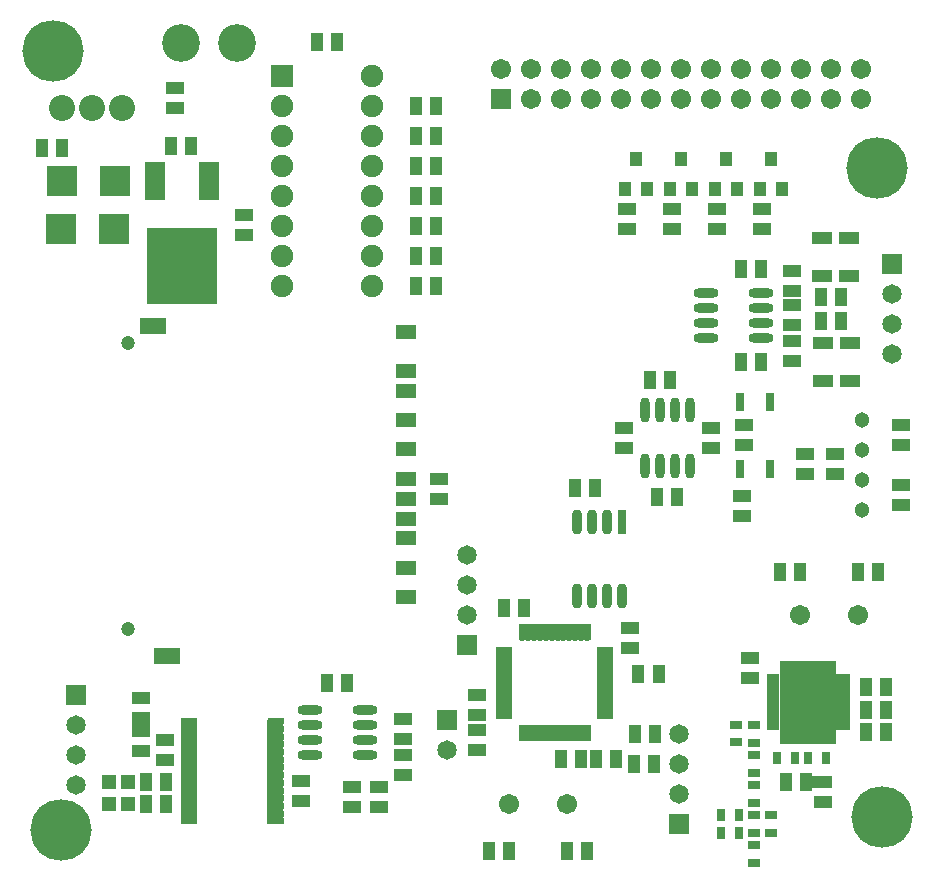
<source format=gts>
G04 Layer_Color=8388736*
%FSLAX25Y25*%
%MOIN*%
G70*
G01*
G75*
%ADD50R,0.08300X0.04100*%
%ADD51R,0.19000X0.04500*%
%ADD52R,0.04500X0.18800*%
%ADD53R,0.19000X0.04800*%
%ADD54R,0.04300X0.19000*%
%ADD55R,0.24100X0.05700*%
%ADD56R,0.05700X0.24000*%
%ADD57R,0.05600X0.24100*%
%ADD58R,0.24000X0.05600*%
%ADD59R,0.05700X0.34700*%
%ADD60R,0.06400X0.01900*%
%ADD61R,0.05700X0.32400*%
%ADD62R,0.02362X0.02362*%
%ADD63R,0.03950X0.06312*%
%ADD64R,0.03165X0.08283*%
G04:AMPARAMS|DCode=65|XSize=31.65mil|YSize=82.83mil|CornerRadius=14.65mil|HoleSize=0mil|Usage=FLASHONLY|Rotation=0.000|XOffset=0mil|YOffset=0mil|HoleType=Round|Shape=RoundedRectangle|*
%AMROUNDEDRECTD65*
21,1,0.03165,0.05354,0,0,0.0*
21,1,0.00236,0.08283,0,0,0.0*
1,1,0.02929,0.00118,-0.02677*
1,1,0.02929,-0.00118,-0.02677*
1,1,0.02929,-0.00118,0.02677*
1,1,0.02929,0.00118,0.02677*
%
%ADD65ROUNDEDRECTD65*%
%ADD66R,0.03953X0.06315*%
%ADD67R,0.06315X0.03953*%
%ADD68R,0.05724X0.02181*%
%ADD69R,0.03953X0.02772*%
%ADD70R,0.02772X0.03953*%
%ADD71R,0.09858X0.09858*%
%ADD72R,0.07102X0.12614*%
%ADD73R,0.23638X0.25213*%
%ADD74O,0.08283X0.03165*%
%ADD75O,0.05528X0.01787*%
%ADD76O,0.01787X0.05528*%
%ADD77O,0.03165X0.08283*%
%ADD78R,0.18913X0.18913*%
G04:AMPARAMS|DCode=79|XSize=37.56mil|YSize=19.84mil|CornerRadius=6.97mil|HoleSize=0mil|Usage=FLASHONLY|Rotation=270.000|XOffset=0mil|YOffset=0mil|HoleType=Round|Shape=RoundedRectangle|*
%AMROUNDEDRECTD79*
21,1,0.03756,0.00591,0,0,270.0*
21,1,0.02362,0.01984,0,0,270.0*
1,1,0.01394,-0.00295,-0.01181*
1,1,0.01394,-0.00295,0.01181*
1,1,0.01394,0.00295,0.01181*
1,1,0.01394,0.00295,-0.01181*
%
%ADD79ROUNDEDRECTD79*%
G04:AMPARAMS|DCode=80|XSize=37.56mil|YSize=19.84mil|CornerRadius=6.97mil|HoleSize=0mil|Usage=FLASHONLY|Rotation=180.000|XOffset=0mil|YOffset=0mil|HoleType=Round|Shape=RoundedRectangle|*
%AMROUNDEDRECTD80*
21,1,0.03756,0.00591,0,0,180.0*
21,1,0.02362,0.01984,0,0,180.0*
1,1,0.01394,-0.01181,0.00295*
1,1,0.01394,0.01181,0.00295*
1,1,0.01394,0.01181,-0.00295*
1,1,0.01394,-0.01181,-0.00295*
%
%ADD80ROUNDEDRECTD80*%
%ADD81R,0.04543X0.04740*%
%ADD82R,0.03165X0.06315*%
%ADD83R,0.04347X0.04543*%
%ADD84R,0.04346X0.04543*%
%ADD85R,0.08677X0.05528*%
%ADD86R,0.06709X0.04740*%
%ADD87R,0.07102X0.04347*%
%ADD88C,0.20485*%
%ADD89C,0.06512*%
%ADD90R,0.06512X0.06512*%
%ADD91C,0.12614*%
%ADD92C,0.08677*%
%ADD93C,0.07496*%
%ADD94R,0.07496X0.07496*%
%ADD95C,0.06709*%
%ADD96R,0.06709X0.06709*%
%ADD97C,0.05134*%
%ADD98C,0.04740*%
D50*
X-32950Y30050D02*
D03*
D51*
X-36800Y68250D02*
D03*
D52*
X-25250Y56800D02*
D03*
D53*
X-36800Y45200D02*
D03*
D54*
X-48350Y56700D02*
D03*
D55*
X-121250Y80050D02*
D03*
D56*
X-138050Y63300D02*
D03*
D57*
X-104600Y63250D02*
D03*
D58*
X-121300Y46500D02*
D03*
D59*
X-214350Y33450D02*
D03*
D60*
X-259300Y49650D02*
D03*
D61*
X-243250Y33500D02*
D03*
D62*
X-42115Y62015D02*
D03*
X-31485D02*
D03*
X-42115Y51385D02*
D03*
X-31485D02*
D03*
D63*
X-94747Y36200D02*
D03*
X-88054D02*
D03*
X-94647Y46100D02*
D03*
X-87954D02*
D03*
D64*
X-98700Y116652D02*
D03*
D65*
X-103700D02*
D03*
X-108700D02*
D03*
X-113700D02*
D03*
X-98700Y92148D02*
D03*
X-103700D02*
D03*
X-108700D02*
D03*
X-113700D02*
D03*
D66*
X-25954Y183700D02*
D03*
Y191700D02*
D03*
X-17647Y54200D02*
D03*
X-10954D02*
D03*
X-200447Y276800D02*
D03*
X-193754D02*
D03*
X-114547Y128300D02*
D03*
X-107853D02*
D03*
X-190454Y63200D02*
D03*
X-197146D02*
D03*
X-136453Y7200D02*
D03*
X-143147D02*
D03*
X-117147D02*
D03*
X-110453D02*
D03*
X-107647Y37700D02*
D03*
X-100953D02*
D03*
X-138146Y88200D02*
D03*
X-131454D02*
D03*
X-285554Y241500D02*
D03*
X-292247D02*
D03*
X-249247Y242200D02*
D03*
X-242553D02*
D03*
X-59146Y201200D02*
D03*
X-52454D02*
D03*
X-80453Y125200D02*
D03*
X-87147D02*
D03*
X-82954Y164200D02*
D03*
X-89647D02*
D03*
X-13453Y100200D02*
D03*
X-20146D02*
D03*
X-46147D02*
D03*
X-39454D02*
D03*
X-17647Y46700D02*
D03*
X-10954D02*
D03*
Y61700D02*
D03*
X-17647D02*
D03*
X-37453Y30200D02*
D03*
X-44146D02*
D03*
X-167446Y255600D02*
D03*
X-160754D02*
D03*
X-167446Y245500D02*
D03*
X-160754D02*
D03*
X-167446Y235600D02*
D03*
X-160754D02*
D03*
X-167446Y225600D02*
D03*
X-160754D02*
D03*
X-167446Y215600D02*
D03*
X-160754D02*
D03*
X-167446Y205600D02*
D03*
X-160754D02*
D03*
X-167446Y195600D02*
D03*
X-160754D02*
D03*
X-86654Y66100D02*
D03*
X-93347D02*
D03*
X-119147Y37700D02*
D03*
X-112453D02*
D03*
X-250954Y22700D02*
D03*
X-257646D02*
D03*
X-250954Y30200D02*
D03*
X-257646D02*
D03*
X-32647Y183700D02*
D03*
Y191700D02*
D03*
X-52454Y170200D02*
D03*
X-59146D02*
D03*
D67*
X-259300Y47047D02*
D03*
Y51354D02*
D03*
X-31800Y23354D02*
D03*
Y30046D02*
D03*
X-159900Y124453D02*
D03*
Y131147D02*
D03*
X-96100Y81546D02*
D03*
Y74853D02*
D03*
X-147300Y40854D02*
D03*
Y47546D02*
D03*
X-248000Y254854D02*
D03*
Y261546D02*
D03*
X-224800Y212353D02*
D03*
Y219046D02*
D03*
X-259300Y40354D02*
D03*
Y58047D02*
D03*
X-188800Y21854D02*
D03*
Y28547D02*
D03*
X-205800Y23854D02*
D03*
Y30547D02*
D03*
X-251300Y44047D02*
D03*
Y37354D02*
D03*
X-179800Y21854D02*
D03*
Y28547D02*
D03*
X-5800Y129046D02*
D03*
Y122353D02*
D03*
Y149047D02*
D03*
Y142353D02*
D03*
X-56300Y64854D02*
D03*
Y71547D02*
D03*
X-52100Y214454D02*
D03*
Y221146D02*
D03*
X-67100Y214454D02*
D03*
Y221146D02*
D03*
X-82100Y214454D02*
D03*
Y221146D02*
D03*
X-97100Y214454D02*
D03*
Y221146D02*
D03*
X-171800Y44354D02*
D03*
Y51047D02*
D03*
Y39046D02*
D03*
Y32353D02*
D03*
X-147300Y59047D02*
D03*
Y52354D02*
D03*
X-42300Y177047D02*
D03*
Y170353D02*
D03*
Y189047D02*
D03*
Y182353D02*
D03*
X-58800Y125547D02*
D03*
Y118853D02*
D03*
X-42300Y200547D02*
D03*
Y193853D02*
D03*
X-98300Y148047D02*
D03*
Y141353D02*
D03*
X-69300Y148047D02*
D03*
Y141353D02*
D03*
X-58300Y149047D02*
D03*
Y142353D02*
D03*
X-37800Y139547D02*
D03*
Y132853D02*
D03*
X-27800Y139547D02*
D03*
Y132853D02*
D03*
D68*
X-243268Y47775D02*
D03*
Y50334D02*
D03*
Y17066D02*
D03*
Y19625D02*
D03*
Y22184D02*
D03*
Y24743D02*
D03*
Y27302D02*
D03*
Y29862D02*
D03*
Y32421D02*
D03*
Y34980D02*
D03*
Y37539D02*
D03*
Y40098D02*
D03*
Y42657D02*
D03*
Y45216D02*
D03*
X-214332Y50334D02*
D03*
Y47775D02*
D03*
Y45216D02*
D03*
Y42657D02*
D03*
Y40098D02*
D03*
Y37539D02*
D03*
Y34980D02*
D03*
Y32421D02*
D03*
Y29862D02*
D03*
Y27302D02*
D03*
Y24743D02*
D03*
Y22184D02*
D03*
Y19625D02*
D03*
Y17066D02*
D03*
D69*
X-49300Y19153D02*
D03*
Y13247D02*
D03*
X-54800Y49153D02*
D03*
Y43247D02*
D03*
Y3247D02*
D03*
Y9153D02*
D03*
Y33247D02*
D03*
Y39153D02*
D03*
X-60800Y49251D02*
D03*
Y43346D02*
D03*
X-54800Y13149D02*
D03*
Y19054D02*
D03*
Y23149D02*
D03*
Y29054D02*
D03*
D70*
X-59847Y13200D02*
D03*
X-65753D02*
D03*
X-65753Y19000D02*
D03*
X-59847D02*
D03*
X-30847Y38200D02*
D03*
X-36753D02*
D03*
X-41249D02*
D03*
X-47154D02*
D03*
D71*
X-285858Y214500D02*
D03*
X-268142D02*
D03*
X-285658Y230400D02*
D03*
X-267942D02*
D03*
D72*
X-236545Y230500D02*
D03*
X-254655D02*
D03*
D73*
X-245600Y202153D02*
D03*
D74*
X-184395Y39066D02*
D03*
Y44066D02*
D03*
Y49066D02*
D03*
Y54066D02*
D03*
X-202898Y39066D02*
D03*
Y44066D02*
D03*
Y49066D02*
D03*
Y54066D02*
D03*
X-52394Y178066D02*
D03*
Y183066D02*
D03*
Y188066D02*
D03*
Y193066D02*
D03*
X-70898Y178066D02*
D03*
Y183066D02*
D03*
Y188066D02*
D03*
Y193066D02*
D03*
D75*
X-138032Y52373D02*
D03*
Y54342D02*
D03*
Y56310D02*
D03*
Y58279D02*
D03*
Y60247D02*
D03*
Y62216D02*
D03*
Y64184D02*
D03*
Y66153D02*
D03*
Y68121D02*
D03*
Y70090D02*
D03*
Y72058D02*
D03*
Y74027D02*
D03*
X-104568D02*
D03*
Y72058D02*
D03*
Y70090D02*
D03*
Y68121D02*
D03*
Y66153D02*
D03*
Y64184D02*
D03*
Y62216D02*
D03*
Y60247D02*
D03*
Y58279D02*
D03*
Y56310D02*
D03*
Y54342D02*
D03*
Y52373D02*
D03*
D76*
X-132127Y79932D02*
D03*
X-130158D02*
D03*
X-128190D02*
D03*
X-126221D02*
D03*
X-124253D02*
D03*
X-122284D02*
D03*
X-120316D02*
D03*
X-118347D02*
D03*
X-116379D02*
D03*
X-114410D02*
D03*
X-112442D02*
D03*
X-110473D02*
D03*
Y46468D02*
D03*
X-112442D02*
D03*
X-114410D02*
D03*
X-116379D02*
D03*
X-118347D02*
D03*
X-120316D02*
D03*
X-122284D02*
D03*
X-124253D02*
D03*
X-126221D02*
D03*
X-128190D02*
D03*
X-130158D02*
D03*
X-132127D02*
D03*
D77*
X-76166Y154105D02*
D03*
X-81166D02*
D03*
X-86166D02*
D03*
X-91166D02*
D03*
X-76166Y135602D02*
D03*
X-81166D02*
D03*
X-86166D02*
D03*
X-91166D02*
D03*
D78*
X-36800Y56700D02*
D03*
D79*
X-29123Y44987D02*
D03*
X-31682D02*
D03*
X-34241D02*
D03*
X-36800D02*
D03*
X-39359D02*
D03*
X-41918D02*
D03*
X-44477D02*
D03*
X-29123Y68413D02*
D03*
X-31682D02*
D03*
X-34241D02*
D03*
X-36800D02*
D03*
X-39359D02*
D03*
X-41918D02*
D03*
X-44477D02*
D03*
D80*
X-25087Y49023D02*
D03*
Y51582D02*
D03*
Y54141D02*
D03*
Y56700D02*
D03*
Y59259D02*
D03*
Y61818D02*
D03*
Y64377D02*
D03*
X-48513Y64377D02*
D03*
Y61818D02*
D03*
Y59259D02*
D03*
Y56700D02*
D03*
Y54141D02*
D03*
Y51582D02*
D03*
Y49023D02*
D03*
D81*
X-263650Y22700D02*
D03*
X-269950D02*
D03*
X-263650Y30200D02*
D03*
X-269950D02*
D03*
D82*
X-59400Y134600D02*
D03*
X-49400D02*
D03*
Y156800D02*
D03*
X-59400D02*
D03*
D83*
X-52840Y227879D02*
D03*
X-49100Y237721D02*
D03*
X-67840Y227879D02*
D03*
X-64100Y237721D02*
D03*
X-82840Y227879D02*
D03*
X-79100Y237721D02*
D03*
X-97840Y227879D02*
D03*
X-94100Y237721D02*
D03*
D84*
X-45360Y227879D02*
D03*
X-60360D02*
D03*
X-75360D02*
D03*
X-90360D02*
D03*
D85*
X-250524Y72007D02*
D03*
X-255249Y182243D02*
D03*
D86*
X-170800Y101613D02*
D03*
Y111456D02*
D03*
Y117952D02*
D03*
Y124448D02*
D03*
Y91771D02*
D03*
Y167086D02*
D03*
Y160393D02*
D03*
Y180275D02*
D03*
Y150865D02*
D03*
Y141023D02*
D03*
Y131180D02*
D03*
D87*
X-31800Y163901D02*
D03*
Y176499D02*
D03*
X-32300Y211499D02*
D03*
Y198901D02*
D03*
X-22800Y176499D02*
D03*
Y163901D02*
D03*
X-23300Y198901D02*
D03*
Y211499D02*
D03*
D88*
X-288500Y273700D02*
D03*
X-12100Y18600D02*
D03*
X-14000Y234800D02*
D03*
X-285900Y14200D02*
D03*
D89*
X-150400Y105700D02*
D03*
Y95700D02*
D03*
Y85700D02*
D03*
X-79700Y46300D02*
D03*
Y36300D02*
D03*
Y26300D02*
D03*
X-157300Y40700D02*
D03*
X-280800Y29200D02*
D03*
Y39200D02*
D03*
Y49200D02*
D03*
X-8800Y172700D02*
D03*
Y182700D02*
D03*
Y192700D02*
D03*
D90*
X-150400Y75700D02*
D03*
X-79700Y16300D02*
D03*
X-157300Y50700D02*
D03*
X-280800Y59200D02*
D03*
X-8800Y202700D02*
D03*
D91*
X-245700Y276500D02*
D03*
X-227300D02*
D03*
D92*
X-275500Y254650D02*
D03*
X-265657D02*
D03*
X-285343D02*
D03*
D93*
X-182200Y195500D02*
D03*
Y205500D02*
D03*
Y215500D02*
D03*
Y225500D02*
D03*
Y235500D02*
D03*
Y245500D02*
D03*
Y255500D02*
D03*
Y265500D02*
D03*
X-212200Y195500D02*
D03*
Y205500D02*
D03*
Y215500D02*
D03*
Y225500D02*
D03*
Y235500D02*
D03*
Y245500D02*
D03*
Y255500D02*
D03*
D94*
Y265500D02*
D03*
D95*
X-19100Y267800D02*
D03*
Y257800D02*
D03*
X-29100Y267800D02*
D03*
Y257800D02*
D03*
X-39100Y267800D02*
D03*
Y257800D02*
D03*
X-49100Y267800D02*
D03*
Y257800D02*
D03*
X-59100Y267800D02*
D03*
Y257800D02*
D03*
X-69100Y267800D02*
D03*
Y257800D02*
D03*
X-79100Y267800D02*
D03*
Y257800D02*
D03*
X-89100Y267800D02*
D03*
Y257800D02*
D03*
X-99100Y267800D02*
D03*
Y257800D02*
D03*
X-109100Y267800D02*
D03*
Y257800D02*
D03*
X-119100Y267800D02*
D03*
Y257800D02*
D03*
X-129100Y267800D02*
D03*
Y257800D02*
D03*
X-139100Y267800D02*
D03*
X-117194Y22700D02*
D03*
X-136406D02*
D03*
X-20194Y85700D02*
D03*
X-39406D02*
D03*
D96*
X-139100Y257800D02*
D03*
D97*
X-18800Y120700D02*
D03*
Y130700D02*
D03*
Y140700D02*
D03*
Y150700D02*
D03*
D98*
X-263516Y81062D02*
D03*
Y176338D02*
D03*
M02*

</source>
